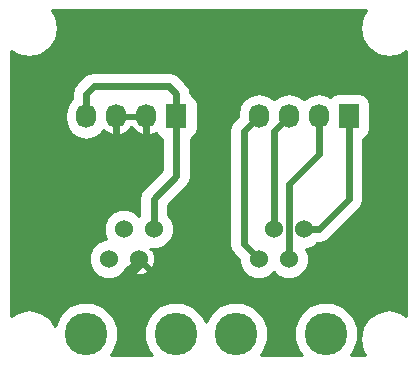
<source format=gbr>
G04 #@! TF.FileFunction,Copper,L2,Bot,Signal*
%FSLAX46Y46*%
G04 Gerber Fmt 4.6, Leading zero omitted, Abs format (unit mm)*
G04 Created by KiCad (PCBNEW 4.0.1-stable) date 19/01/2016 21:10:36*
%MOMM*%
G01*
G04 APERTURE LIST*
%ADD10C,0.100000*%
%ADD11C,1.524000*%
%ADD12C,3.600000*%
%ADD13R,1.727200X2.032000*%
%ADD14O,1.727200X2.032000*%
%ADD15C,0.600000*%
%ADD16C,0.254000*%
G04 APERTURE END LIST*
D10*
D11*
X153035000Y-97155000D03*
X151765000Y-99695000D03*
X150495000Y-97155000D03*
X149225000Y-99695000D03*
D12*
X147320000Y-106045000D03*
X154940000Y-106045000D03*
D13*
X169545000Y-87630000D03*
D14*
X167005000Y-87630000D03*
X164465000Y-87630000D03*
X161925000Y-87630000D03*
D13*
X154940000Y-87630000D03*
D14*
X152400000Y-87630000D03*
X149860000Y-87630000D03*
X147320000Y-87630000D03*
D11*
X165735000Y-97155000D03*
X164465000Y-99695000D03*
X163195000Y-97155000D03*
X161925000Y-99695000D03*
D12*
X160020000Y-106045000D03*
X167640000Y-106045000D03*
D15*
X165735000Y-97155000D02*
X167005000Y-97155000D01*
X169545000Y-94615000D02*
X169545000Y-87630000D01*
X167005000Y-97155000D02*
X169545000Y-94615000D01*
X165735000Y-97155000D02*
X166370000Y-97155000D01*
X167005000Y-87630000D02*
X167005000Y-90805000D01*
X164465000Y-93345000D02*
X164465000Y-99695000D01*
X167005000Y-90805000D02*
X164465000Y-93345000D01*
X163195000Y-97155000D02*
X163195000Y-89535000D01*
X163195000Y-88900000D02*
X164465000Y-87630000D01*
X163195000Y-89535000D02*
X163195000Y-88900000D01*
X161925000Y-99695000D02*
X160655000Y-98425000D01*
X160655000Y-88900000D02*
X161925000Y-87630000D01*
X160655000Y-89535000D02*
X160655000Y-88900000D01*
X160655000Y-98425000D02*
X160655000Y-89535000D01*
X147320000Y-87630000D02*
X147320000Y-85725000D01*
X154305000Y-85090000D02*
X154940000Y-85725000D01*
X147955000Y-85090000D02*
X154305000Y-85090000D01*
X147320000Y-85725000D02*
X147955000Y-85090000D01*
X153035000Y-97155000D02*
X153035000Y-94615000D01*
X154940000Y-92710000D02*
X154940000Y-87630000D01*
X153035000Y-94615000D02*
X154940000Y-92710000D01*
X154940000Y-85725000D02*
X154940000Y-87630000D01*
X149860000Y-87630000D02*
X149860000Y-92710000D01*
X152400000Y-87630000D02*
X152400000Y-90170000D01*
X149860000Y-92710000D02*
X151130000Y-91440000D01*
X152400000Y-90170000D02*
X151130000Y-91440000D01*
X151765000Y-99695000D02*
X151765000Y-100330000D01*
X151765000Y-100330000D02*
X150495000Y-101600000D01*
X150495000Y-101600000D02*
X149225000Y-101600000D01*
X148590000Y-93980000D02*
X149860000Y-92710000D01*
X146050000Y-96520000D02*
X148590000Y-93980000D01*
X146050000Y-100330000D02*
X146050000Y-96520000D01*
X147320000Y-101600000D02*
X146050000Y-100330000D01*
X149225000Y-101600000D02*
X147320000Y-101600000D01*
D16*
G36*
X170669050Y-79184593D02*
X170480500Y-80132500D01*
X170669050Y-81080407D01*
X171205997Y-81884003D01*
X172009593Y-82420950D01*
X172957500Y-82609500D01*
X173905407Y-82420950D01*
X174430500Y-82070093D01*
X174430500Y-104514907D01*
X173905407Y-104164050D01*
X172957500Y-103975500D01*
X172009593Y-104164050D01*
X171205997Y-104700997D01*
X170669050Y-105504593D01*
X170480500Y-106452500D01*
X170669050Y-107400407D01*
X170951418Y-107823000D01*
X169718824Y-107823000D01*
X169950490Y-107591738D01*
X170366526Y-106589814D01*
X170367472Y-105504946D01*
X169953186Y-104502297D01*
X169186738Y-103734510D01*
X168184814Y-103318474D01*
X167099946Y-103317528D01*
X166097297Y-103731814D01*
X165329510Y-104498262D01*
X164913474Y-105500186D01*
X164912528Y-106585054D01*
X165326814Y-107587703D01*
X165561701Y-107823000D01*
X162098824Y-107823000D01*
X162330490Y-107591738D01*
X162746526Y-106589814D01*
X162747472Y-105504946D01*
X162333186Y-104502297D01*
X161566738Y-103734510D01*
X160564814Y-103318474D01*
X159479946Y-103317528D01*
X158477297Y-103731814D01*
X157709510Y-104498262D01*
X157479949Y-105051105D01*
X157253186Y-104502297D01*
X156486738Y-103734510D01*
X155484814Y-103318474D01*
X154399946Y-103317528D01*
X153397297Y-103731814D01*
X152629510Y-104498262D01*
X152213474Y-105500186D01*
X152212528Y-106585054D01*
X152626814Y-107587703D01*
X152861701Y-107823000D01*
X149398824Y-107823000D01*
X149630490Y-107591738D01*
X150046526Y-106589814D01*
X150047472Y-105504946D01*
X149633186Y-104502297D01*
X148866738Y-103734510D01*
X147864814Y-103318474D01*
X146779946Y-103317528D01*
X145777297Y-103731814D01*
X145009510Y-104498262D01*
X144654617Y-105352938D01*
X144219003Y-104700997D01*
X143415407Y-104164050D01*
X142467500Y-103975500D01*
X141519593Y-104164050D01*
X140994500Y-104514907D01*
X140994500Y-87439534D01*
X145529400Y-87439534D01*
X145529400Y-87820466D01*
X145665701Y-88505699D01*
X146053855Y-89086611D01*
X146634767Y-89474765D01*
X147320000Y-89611066D01*
X148005233Y-89474765D01*
X148586145Y-89086611D01*
X148785711Y-88787940D01*
X148957964Y-88980732D01*
X149485209Y-89234709D01*
X149500974Y-89237358D01*
X149733000Y-89116217D01*
X149733000Y-87757000D01*
X149987000Y-87757000D01*
X149987000Y-89116217D01*
X150219026Y-89237358D01*
X150234791Y-89234709D01*
X150762036Y-88980732D01*
X151130000Y-88568892D01*
X151497964Y-88980732D01*
X152025209Y-89234709D01*
X152040974Y-89237358D01*
X152273000Y-89116217D01*
X152273000Y-87757000D01*
X149987000Y-87757000D01*
X149733000Y-87757000D01*
X149713000Y-87757000D01*
X149713000Y-87503000D01*
X149733000Y-87503000D01*
X149733000Y-87483000D01*
X149987000Y-87483000D01*
X149987000Y-87503000D01*
X152273000Y-87503000D01*
X152273000Y-87483000D01*
X152527000Y-87483000D01*
X152527000Y-87503000D01*
X152547000Y-87503000D01*
X152547000Y-87757000D01*
X152527000Y-87757000D01*
X152527000Y-89116217D01*
X152759026Y-89237358D01*
X152774791Y-89234709D01*
X153216678Y-89021850D01*
X153398901Y-89305033D01*
X153708679Y-89516696D01*
X153713000Y-89517571D01*
X153713000Y-92201760D01*
X152167380Y-93747380D01*
X151901400Y-94145447D01*
X151808000Y-94615000D01*
X151808000Y-95993336D01*
X151764868Y-96036393D01*
X151452991Y-95723971D01*
X150832437Y-95466294D01*
X150160511Y-95465708D01*
X149539509Y-95722301D01*
X149063971Y-96197009D01*
X148806294Y-96817563D01*
X148805708Y-97489489D01*
X149019052Y-98005820D01*
X148890511Y-98005708D01*
X148269509Y-98262301D01*
X147793971Y-98737009D01*
X147536294Y-99357563D01*
X147535708Y-100029489D01*
X147792301Y-100650491D01*
X148267009Y-101126029D01*
X148887563Y-101383706D01*
X149559489Y-101384292D01*
X150180491Y-101127699D01*
X150633768Y-100675213D01*
X150964392Y-100675213D01*
X151033857Y-100917397D01*
X151557302Y-101104144D01*
X152112368Y-101076362D01*
X152496143Y-100917397D01*
X152565608Y-100675213D01*
X151765000Y-99874605D01*
X150964392Y-100675213D01*
X150633768Y-100675213D01*
X150656029Y-100652991D01*
X150728128Y-100479357D01*
X150784787Y-100495608D01*
X151585395Y-99695000D01*
X151571253Y-99680858D01*
X151750858Y-99501253D01*
X151765000Y-99515395D01*
X151779143Y-99501253D01*
X151958748Y-99680858D01*
X151944605Y-99695000D01*
X152745213Y-100495608D01*
X152987397Y-100426143D01*
X153174144Y-99902698D01*
X153146362Y-99347632D01*
X152987397Y-98963857D01*
X152745215Y-98894393D01*
X152795816Y-98843792D01*
X153369489Y-98844292D01*
X153990491Y-98587699D01*
X154466029Y-98112991D01*
X154723706Y-97492437D01*
X154724292Y-96820511D01*
X154467699Y-96199509D01*
X154262000Y-95993450D01*
X154262000Y-95123240D01*
X155807620Y-93577620D01*
X155934320Y-93388000D01*
X156073600Y-93179553D01*
X156167000Y-92710000D01*
X156167000Y-89513733D01*
X156462633Y-89323499D01*
X156674296Y-89013721D01*
X156697324Y-88900000D01*
X159428000Y-88900000D01*
X159428000Y-98425000D01*
X159521400Y-98894553D01*
X159742497Y-99225448D01*
X159787380Y-99292620D01*
X160235959Y-99741199D01*
X160235708Y-100029489D01*
X160492301Y-100650491D01*
X160967009Y-101126029D01*
X161587563Y-101383706D01*
X162259489Y-101384292D01*
X162880491Y-101127699D01*
X163195132Y-100813607D01*
X163507009Y-101126029D01*
X164127563Y-101383706D01*
X164799489Y-101384292D01*
X165420491Y-101127699D01*
X165896029Y-100652991D01*
X166153706Y-100032437D01*
X166154292Y-99360511D01*
X165940948Y-98844180D01*
X166069489Y-98844292D01*
X166690491Y-98587699D01*
X166896550Y-98382000D01*
X167005000Y-98382000D01*
X167474553Y-98288600D01*
X167872620Y-98022620D01*
X170412620Y-95482620D01*
X170423920Y-95465708D01*
X170678600Y-95084553D01*
X170772000Y-94615000D01*
X170772000Y-89513733D01*
X171067633Y-89323499D01*
X171279296Y-89013721D01*
X171353761Y-88646000D01*
X171353761Y-86614000D01*
X171289122Y-86270474D01*
X171086099Y-85954967D01*
X170776321Y-85743304D01*
X170408600Y-85668839D01*
X168681400Y-85668839D01*
X168337874Y-85733478D01*
X168022367Y-85936501D01*
X167989220Y-85985013D01*
X167690233Y-85785235D01*
X167005000Y-85648934D01*
X166319767Y-85785235D01*
X165738855Y-86173389D01*
X165735000Y-86179158D01*
X165731145Y-86173389D01*
X165150233Y-85785235D01*
X164465000Y-85648934D01*
X163779767Y-85785235D01*
X163198855Y-86173389D01*
X163195000Y-86179158D01*
X163191145Y-86173389D01*
X162610233Y-85785235D01*
X161925000Y-85648934D01*
X161239767Y-85785235D01*
X160658855Y-86173389D01*
X160270701Y-86754301D01*
X160134400Y-87439534D01*
X160134400Y-87685360D01*
X159787380Y-88032380D01*
X159521400Y-88430447D01*
X159428000Y-88900000D01*
X156697324Y-88900000D01*
X156748761Y-88646000D01*
X156748761Y-86614000D01*
X156684122Y-86270474D01*
X156481099Y-85954967D01*
X156171321Y-85743304D01*
X156167000Y-85742429D01*
X156167000Y-85725000D01*
X156134091Y-85559553D01*
X156073601Y-85255448D01*
X155807620Y-84857380D01*
X155172620Y-84222380D01*
X154774553Y-83956400D01*
X154305000Y-83863000D01*
X147955000Y-83863000D01*
X147485448Y-83956399D01*
X147087380Y-84222380D01*
X146452380Y-84857380D01*
X146186400Y-85255447D01*
X146093000Y-85725000D01*
X146093000Y-86147233D01*
X146053855Y-86173389D01*
X145665701Y-86754301D01*
X145529400Y-87439534D01*
X140994500Y-87439534D01*
X140994500Y-82070093D01*
X141519593Y-82420950D01*
X142467500Y-82609500D01*
X143415407Y-82420950D01*
X144219003Y-81884003D01*
X144755950Y-81080407D01*
X144944500Y-80132500D01*
X144755950Y-79184593D01*
X144405093Y-78659500D01*
X171019907Y-78659500D01*
X170669050Y-79184593D01*
X170669050Y-79184593D01*
G37*
X170669050Y-79184593D02*
X170480500Y-80132500D01*
X170669050Y-81080407D01*
X171205997Y-81884003D01*
X172009593Y-82420950D01*
X172957500Y-82609500D01*
X173905407Y-82420950D01*
X174430500Y-82070093D01*
X174430500Y-104514907D01*
X173905407Y-104164050D01*
X172957500Y-103975500D01*
X172009593Y-104164050D01*
X171205997Y-104700997D01*
X170669050Y-105504593D01*
X170480500Y-106452500D01*
X170669050Y-107400407D01*
X170951418Y-107823000D01*
X169718824Y-107823000D01*
X169950490Y-107591738D01*
X170366526Y-106589814D01*
X170367472Y-105504946D01*
X169953186Y-104502297D01*
X169186738Y-103734510D01*
X168184814Y-103318474D01*
X167099946Y-103317528D01*
X166097297Y-103731814D01*
X165329510Y-104498262D01*
X164913474Y-105500186D01*
X164912528Y-106585054D01*
X165326814Y-107587703D01*
X165561701Y-107823000D01*
X162098824Y-107823000D01*
X162330490Y-107591738D01*
X162746526Y-106589814D01*
X162747472Y-105504946D01*
X162333186Y-104502297D01*
X161566738Y-103734510D01*
X160564814Y-103318474D01*
X159479946Y-103317528D01*
X158477297Y-103731814D01*
X157709510Y-104498262D01*
X157479949Y-105051105D01*
X157253186Y-104502297D01*
X156486738Y-103734510D01*
X155484814Y-103318474D01*
X154399946Y-103317528D01*
X153397297Y-103731814D01*
X152629510Y-104498262D01*
X152213474Y-105500186D01*
X152212528Y-106585054D01*
X152626814Y-107587703D01*
X152861701Y-107823000D01*
X149398824Y-107823000D01*
X149630490Y-107591738D01*
X150046526Y-106589814D01*
X150047472Y-105504946D01*
X149633186Y-104502297D01*
X148866738Y-103734510D01*
X147864814Y-103318474D01*
X146779946Y-103317528D01*
X145777297Y-103731814D01*
X145009510Y-104498262D01*
X144654617Y-105352938D01*
X144219003Y-104700997D01*
X143415407Y-104164050D01*
X142467500Y-103975500D01*
X141519593Y-104164050D01*
X140994500Y-104514907D01*
X140994500Y-87439534D01*
X145529400Y-87439534D01*
X145529400Y-87820466D01*
X145665701Y-88505699D01*
X146053855Y-89086611D01*
X146634767Y-89474765D01*
X147320000Y-89611066D01*
X148005233Y-89474765D01*
X148586145Y-89086611D01*
X148785711Y-88787940D01*
X148957964Y-88980732D01*
X149485209Y-89234709D01*
X149500974Y-89237358D01*
X149733000Y-89116217D01*
X149733000Y-87757000D01*
X149987000Y-87757000D01*
X149987000Y-89116217D01*
X150219026Y-89237358D01*
X150234791Y-89234709D01*
X150762036Y-88980732D01*
X151130000Y-88568892D01*
X151497964Y-88980732D01*
X152025209Y-89234709D01*
X152040974Y-89237358D01*
X152273000Y-89116217D01*
X152273000Y-87757000D01*
X149987000Y-87757000D01*
X149733000Y-87757000D01*
X149713000Y-87757000D01*
X149713000Y-87503000D01*
X149733000Y-87503000D01*
X149733000Y-87483000D01*
X149987000Y-87483000D01*
X149987000Y-87503000D01*
X152273000Y-87503000D01*
X152273000Y-87483000D01*
X152527000Y-87483000D01*
X152527000Y-87503000D01*
X152547000Y-87503000D01*
X152547000Y-87757000D01*
X152527000Y-87757000D01*
X152527000Y-89116217D01*
X152759026Y-89237358D01*
X152774791Y-89234709D01*
X153216678Y-89021850D01*
X153398901Y-89305033D01*
X153708679Y-89516696D01*
X153713000Y-89517571D01*
X153713000Y-92201760D01*
X152167380Y-93747380D01*
X151901400Y-94145447D01*
X151808000Y-94615000D01*
X151808000Y-95993336D01*
X151764868Y-96036393D01*
X151452991Y-95723971D01*
X150832437Y-95466294D01*
X150160511Y-95465708D01*
X149539509Y-95722301D01*
X149063971Y-96197009D01*
X148806294Y-96817563D01*
X148805708Y-97489489D01*
X149019052Y-98005820D01*
X148890511Y-98005708D01*
X148269509Y-98262301D01*
X147793971Y-98737009D01*
X147536294Y-99357563D01*
X147535708Y-100029489D01*
X147792301Y-100650491D01*
X148267009Y-101126029D01*
X148887563Y-101383706D01*
X149559489Y-101384292D01*
X150180491Y-101127699D01*
X150633768Y-100675213D01*
X150964392Y-100675213D01*
X151033857Y-100917397D01*
X151557302Y-101104144D01*
X152112368Y-101076362D01*
X152496143Y-100917397D01*
X152565608Y-100675213D01*
X151765000Y-99874605D01*
X150964392Y-100675213D01*
X150633768Y-100675213D01*
X150656029Y-100652991D01*
X150728128Y-100479357D01*
X150784787Y-100495608D01*
X151585395Y-99695000D01*
X151571253Y-99680858D01*
X151750858Y-99501253D01*
X151765000Y-99515395D01*
X151779143Y-99501253D01*
X151958748Y-99680858D01*
X151944605Y-99695000D01*
X152745213Y-100495608D01*
X152987397Y-100426143D01*
X153174144Y-99902698D01*
X153146362Y-99347632D01*
X152987397Y-98963857D01*
X152745215Y-98894393D01*
X152795816Y-98843792D01*
X153369489Y-98844292D01*
X153990491Y-98587699D01*
X154466029Y-98112991D01*
X154723706Y-97492437D01*
X154724292Y-96820511D01*
X154467699Y-96199509D01*
X154262000Y-95993450D01*
X154262000Y-95123240D01*
X155807620Y-93577620D01*
X155934320Y-93388000D01*
X156073600Y-93179553D01*
X156167000Y-92710000D01*
X156167000Y-89513733D01*
X156462633Y-89323499D01*
X156674296Y-89013721D01*
X156697324Y-88900000D01*
X159428000Y-88900000D01*
X159428000Y-98425000D01*
X159521400Y-98894553D01*
X159742497Y-99225448D01*
X159787380Y-99292620D01*
X160235959Y-99741199D01*
X160235708Y-100029489D01*
X160492301Y-100650491D01*
X160967009Y-101126029D01*
X161587563Y-101383706D01*
X162259489Y-101384292D01*
X162880491Y-101127699D01*
X163195132Y-100813607D01*
X163507009Y-101126029D01*
X164127563Y-101383706D01*
X164799489Y-101384292D01*
X165420491Y-101127699D01*
X165896029Y-100652991D01*
X166153706Y-100032437D01*
X166154292Y-99360511D01*
X165940948Y-98844180D01*
X166069489Y-98844292D01*
X166690491Y-98587699D01*
X166896550Y-98382000D01*
X167005000Y-98382000D01*
X167474553Y-98288600D01*
X167872620Y-98022620D01*
X170412620Y-95482620D01*
X170423920Y-95465708D01*
X170678600Y-95084553D01*
X170772000Y-94615000D01*
X170772000Y-89513733D01*
X171067633Y-89323499D01*
X171279296Y-89013721D01*
X171353761Y-88646000D01*
X171353761Y-86614000D01*
X171289122Y-86270474D01*
X171086099Y-85954967D01*
X170776321Y-85743304D01*
X170408600Y-85668839D01*
X168681400Y-85668839D01*
X168337874Y-85733478D01*
X168022367Y-85936501D01*
X167989220Y-85985013D01*
X167690233Y-85785235D01*
X167005000Y-85648934D01*
X166319767Y-85785235D01*
X165738855Y-86173389D01*
X165735000Y-86179158D01*
X165731145Y-86173389D01*
X165150233Y-85785235D01*
X164465000Y-85648934D01*
X163779767Y-85785235D01*
X163198855Y-86173389D01*
X163195000Y-86179158D01*
X163191145Y-86173389D01*
X162610233Y-85785235D01*
X161925000Y-85648934D01*
X161239767Y-85785235D01*
X160658855Y-86173389D01*
X160270701Y-86754301D01*
X160134400Y-87439534D01*
X160134400Y-87685360D01*
X159787380Y-88032380D01*
X159521400Y-88430447D01*
X159428000Y-88900000D01*
X156697324Y-88900000D01*
X156748761Y-88646000D01*
X156748761Y-86614000D01*
X156684122Y-86270474D01*
X156481099Y-85954967D01*
X156171321Y-85743304D01*
X156167000Y-85742429D01*
X156167000Y-85725000D01*
X156134091Y-85559553D01*
X156073601Y-85255448D01*
X155807620Y-84857380D01*
X155172620Y-84222380D01*
X154774553Y-83956400D01*
X154305000Y-83863000D01*
X147955000Y-83863000D01*
X147485448Y-83956399D01*
X147087380Y-84222380D01*
X146452380Y-84857380D01*
X146186400Y-85255447D01*
X146093000Y-85725000D01*
X146093000Y-86147233D01*
X146053855Y-86173389D01*
X145665701Y-86754301D01*
X145529400Y-87439534D01*
X140994500Y-87439534D01*
X140994500Y-82070093D01*
X141519593Y-82420950D01*
X142467500Y-82609500D01*
X143415407Y-82420950D01*
X144219003Y-81884003D01*
X144755950Y-81080407D01*
X144944500Y-80132500D01*
X144755950Y-79184593D01*
X144405093Y-78659500D01*
X171019907Y-78659500D01*
X170669050Y-79184593D01*
M02*

</source>
